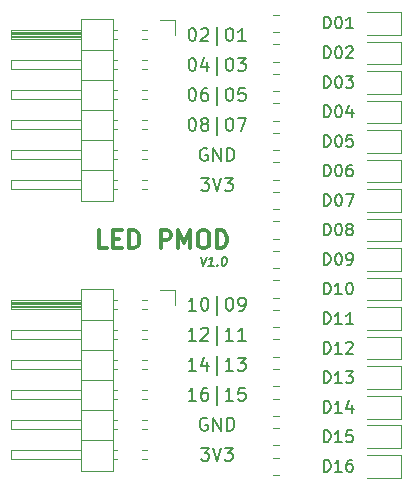
<source format=gto>
%TF.GenerationSoftware,KiCad,Pcbnew,6.0.4-6f826c9f35~116~ubuntu20.04.1*%
%TF.CreationDate,2022-04-18T14:08:09+07:00*%
%TF.ProjectId,pmod-thin-16-leds,706d6f64-2d74-4686-996e-2d31362d6c65,1.0*%
%TF.SameCoordinates,Original*%
%TF.FileFunction,Legend,Top*%
%TF.FilePolarity,Positive*%
%FSLAX46Y46*%
G04 Gerber Fmt 4.6, Leading zero omitted, Abs format (unit mm)*
G04 Created by KiCad (PCBNEW 6.0.4-6f826c9f35~116~ubuntu20.04.1) date 2022-04-18 14:08:09*
%MOMM*%
%LPD*%
G01*
G04 APERTURE LIST*
%ADD10C,0.200000*%
%ADD11C,0.300000*%
%ADD12C,0.150000*%
%ADD13C,0.120000*%
G04 APERTURE END LIST*
D10*
X106721904Y-83850000D02*
X106617142Y-83797619D01*
X106460000Y-83797619D01*
X106302857Y-83850000D01*
X106198095Y-83954761D01*
X106145714Y-84059523D01*
X106093333Y-84269047D01*
X106093333Y-84426190D01*
X106145714Y-84635714D01*
X106198095Y-84740476D01*
X106302857Y-84845238D01*
X106460000Y-84897619D01*
X106564761Y-84897619D01*
X106721904Y-84845238D01*
X106774285Y-84792857D01*
X106774285Y-84426190D01*
X106564761Y-84426190D01*
X107245714Y-84897619D02*
X107245714Y-83797619D01*
X107874285Y-84897619D01*
X107874285Y-83797619D01*
X108398095Y-84897619D02*
X108398095Y-83797619D01*
X108660000Y-83797619D01*
X108817142Y-83850000D01*
X108921904Y-83954761D01*
X108974285Y-84059523D01*
X109026666Y-84269047D01*
X109026666Y-84426190D01*
X108974285Y-84635714D01*
X108921904Y-84740476D01*
X108817142Y-84845238D01*
X108660000Y-84897619D01*
X108398095Y-84897619D01*
X106198095Y-86337619D02*
X106879047Y-86337619D01*
X106512380Y-86756666D01*
X106669523Y-86756666D01*
X106774285Y-86809047D01*
X106826666Y-86861428D01*
X106879047Y-86966190D01*
X106879047Y-87228095D01*
X106826666Y-87332857D01*
X106774285Y-87385238D01*
X106669523Y-87437619D01*
X106355238Y-87437619D01*
X106250476Y-87385238D01*
X106198095Y-87332857D01*
X107193333Y-86337619D02*
X107560000Y-87437619D01*
X107926666Y-86337619D01*
X108188571Y-86337619D02*
X108869523Y-86337619D01*
X108502857Y-86756666D01*
X108660000Y-86756666D01*
X108764761Y-86809047D01*
X108817142Y-86861428D01*
X108869523Y-86966190D01*
X108869523Y-87228095D01*
X108817142Y-87332857D01*
X108764761Y-87385238D01*
X108660000Y-87437619D01*
X108345714Y-87437619D01*
X108240952Y-87385238D01*
X108188571Y-87332857D01*
X105412380Y-78717619D02*
X105517142Y-78717619D01*
X105621904Y-78770000D01*
X105674285Y-78822380D01*
X105726666Y-78927142D01*
X105779047Y-79136666D01*
X105779047Y-79398571D01*
X105726666Y-79608095D01*
X105674285Y-79712857D01*
X105621904Y-79765238D01*
X105517142Y-79817619D01*
X105412380Y-79817619D01*
X105307619Y-79765238D01*
X105255238Y-79712857D01*
X105202857Y-79608095D01*
X105150476Y-79398571D01*
X105150476Y-79136666D01*
X105202857Y-78927142D01*
X105255238Y-78822380D01*
X105307619Y-78770000D01*
X105412380Y-78717619D01*
X106721904Y-78717619D02*
X106512380Y-78717619D01*
X106407619Y-78770000D01*
X106355238Y-78822380D01*
X106250476Y-78979523D01*
X106198095Y-79189047D01*
X106198095Y-79608095D01*
X106250476Y-79712857D01*
X106302857Y-79765238D01*
X106407619Y-79817619D01*
X106617142Y-79817619D01*
X106721904Y-79765238D01*
X106774285Y-79712857D01*
X106826666Y-79608095D01*
X106826666Y-79346190D01*
X106774285Y-79241428D01*
X106721904Y-79189047D01*
X106617142Y-79136666D01*
X106407619Y-79136666D01*
X106302857Y-79189047D01*
X106250476Y-79241428D01*
X106198095Y-79346190D01*
X107560000Y-80184285D02*
X107560000Y-78612857D01*
X108555238Y-78717619D02*
X108660000Y-78717619D01*
X108764761Y-78770000D01*
X108817142Y-78822380D01*
X108869523Y-78927142D01*
X108921904Y-79136666D01*
X108921904Y-79398571D01*
X108869523Y-79608095D01*
X108817142Y-79712857D01*
X108764761Y-79765238D01*
X108660000Y-79817619D01*
X108555238Y-79817619D01*
X108450476Y-79765238D01*
X108398095Y-79712857D01*
X108345714Y-79608095D01*
X108293333Y-79398571D01*
X108293333Y-79136666D01*
X108345714Y-78927142D01*
X108398095Y-78822380D01*
X108450476Y-78770000D01*
X108555238Y-78717619D01*
X109917142Y-78717619D02*
X109393333Y-78717619D01*
X109340952Y-79241428D01*
X109393333Y-79189047D01*
X109498095Y-79136666D01*
X109760000Y-79136666D01*
X109864761Y-79189047D01*
X109917142Y-79241428D01*
X109969523Y-79346190D01*
X109969523Y-79608095D01*
X109917142Y-79712857D01*
X109864761Y-79765238D01*
X109760000Y-79817619D01*
X109498095Y-79817619D01*
X109393333Y-79765238D01*
X109340952Y-79712857D01*
X105412380Y-73637619D02*
X105517142Y-73637619D01*
X105621904Y-73690000D01*
X105674285Y-73742380D01*
X105726666Y-73847142D01*
X105779047Y-74056666D01*
X105779047Y-74318571D01*
X105726666Y-74528095D01*
X105674285Y-74632857D01*
X105621904Y-74685238D01*
X105517142Y-74737619D01*
X105412380Y-74737619D01*
X105307619Y-74685238D01*
X105255238Y-74632857D01*
X105202857Y-74528095D01*
X105150476Y-74318571D01*
X105150476Y-74056666D01*
X105202857Y-73847142D01*
X105255238Y-73742380D01*
X105307619Y-73690000D01*
X105412380Y-73637619D01*
X106198095Y-73742380D02*
X106250476Y-73690000D01*
X106355238Y-73637619D01*
X106617142Y-73637619D01*
X106721904Y-73690000D01*
X106774285Y-73742380D01*
X106826666Y-73847142D01*
X106826666Y-73951904D01*
X106774285Y-74109047D01*
X106145714Y-74737619D01*
X106826666Y-74737619D01*
X107560000Y-75104285D02*
X107560000Y-73532857D01*
X108555238Y-73637619D02*
X108660000Y-73637619D01*
X108764761Y-73690000D01*
X108817142Y-73742380D01*
X108869523Y-73847142D01*
X108921904Y-74056666D01*
X108921904Y-74318571D01*
X108869523Y-74528095D01*
X108817142Y-74632857D01*
X108764761Y-74685238D01*
X108660000Y-74737619D01*
X108555238Y-74737619D01*
X108450476Y-74685238D01*
X108398095Y-74632857D01*
X108345714Y-74528095D01*
X108293333Y-74318571D01*
X108293333Y-74056666D01*
X108345714Y-73847142D01*
X108398095Y-73742380D01*
X108450476Y-73690000D01*
X108555238Y-73637619D01*
X109969523Y-74737619D02*
X109340952Y-74737619D01*
X109655238Y-74737619D02*
X109655238Y-73637619D01*
X109550476Y-73794761D01*
X109445714Y-73899523D01*
X109340952Y-73951904D01*
X105779047Y-97567619D02*
X105150476Y-97567619D01*
X105464761Y-97567619D02*
X105464761Y-96467619D01*
X105360000Y-96624761D01*
X105255238Y-96729523D01*
X105150476Y-96781904D01*
X106460000Y-96467619D02*
X106564761Y-96467619D01*
X106669523Y-96520000D01*
X106721904Y-96572380D01*
X106774285Y-96677142D01*
X106826666Y-96886666D01*
X106826666Y-97148571D01*
X106774285Y-97358095D01*
X106721904Y-97462857D01*
X106669523Y-97515238D01*
X106564761Y-97567619D01*
X106460000Y-97567619D01*
X106355238Y-97515238D01*
X106302857Y-97462857D01*
X106250476Y-97358095D01*
X106198095Y-97148571D01*
X106198095Y-96886666D01*
X106250476Y-96677142D01*
X106302857Y-96572380D01*
X106355238Y-96520000D01*
X106460000Y-96467619D01*
X107560000Y-97934285D02*
X107560000Y-96362857D01*
X108555238Y-96467619D02*
X108660000Y-96467619D01*
X108764761Y-96520000D01*
X108817142Y-96572380D01*
X108869523Y-96677142D01*
X108921904Y-96886666D01*
X108921904Y-97148571D01*
X108869523Y-97358095D01*
X108817142Y-97462857D01*
X108764761Y-97515238D01*
X108660000Y-97567619D01*
X108555238Y-97567619D01*
X108450476Y-97515238D01*
X108398095Y-97462857D01*
X108345714Y-97358095D01*
X108293333Y-97148571D01*
X108293333Y-96886666D01*
X108345714Y-96677142D01*
X108398095Y-96572380D01*
X108450476Y-96520000D01*
X108555238Y-96467619D01*
X109445714Y-97567619D02*
X109655238Y-97567619D01*
X109760000Y-97515238D01*
X109812380Y-97462857D01*
X109917142Y-97305714D01*
X109969523Y-97096190D01*
X109969523Y-96677142D01*
X109917142Y-96572380D01*
X109864761Y-96520000D01*
X109760000Y-96467619D01*
X109550476Y-96467619D01*
X109445714Y-96520000D01*
X109393333Y-96572380D01*
X109340952Y-96677142D01*
X109340952Y-96939047D01*
X109393333Y-97043809D01*
X109445714Y-97096190D01*
X109550476Y-97148571D01*
X109760000Y-97148571D01*
X109864761Y-97096190D01*
X109917142Y-97043809D01*
X109969523Y-96939047D01*
D11*
X98271428Y-92278571D02*
X97557142Y-92278571D01*
X97557142Y-90778571D01*
X98771428Y-91492857D02*
X99271428Y-91492857D01*
X99485714Y-92278571D02*
X98771428Y-92278571D01*
X98771428Y-90778571D01*
X99485714Y-90778571D01*
X100128571Y-92278571D02*
X100128571Y-90778571D01*
X100485714Y-90778571D01*
X100700000Y-90850000D01*
X100842857Y-90992857D01*
X100914285Y-91135714D01*
X100985714Y-91421428D01*
X100985714Y-91635714D01*
X100914285Y-91921428D01*
X100842857Y-92064285D01*
X100700000Y-92207142D01*
X100485714Y-92278571D01*
X100128571Y-92278571D01*
X102771428Y-92278571D02*
X102771428Y-90778571D01*
X103342857Y-90778571D01*
X103485714Y-90850000D01*
X103557142Y-90921428D01*
X103628571Y-91064285D01*
X103628571Y-91278571D01*
X103557142Y-91421428D01*
X103485714Y-91492857D01*
X103342857Y-91564285D01*
X102771428Y-91564285D01*
X104271428Y-92278571D02*
X104271428Y-90778571D01*
X104771428Y-91850000D01*
X105271428Y-90778571D01*
X105271428Y-92278571D01*
X106271428Y-90778571D02*
X106557142Y-90778571D01*
X106700000Y-90850000D01*
X106842857Y-90992857D01*
X106914285Y-91278571D01*
X106914285Y-91778571D01*
X106842857Y-92064285D01*
X106700000Y-92207142D01*
X106557142Y-92278571D01*
X106271428Y-92278571D01*
X106128571Y-92207142D01*
X105985714Y-92064285D01*
X105914285Y-91778571D01*
X105914285Y-91278571D01*
X105985714Y-90992857D01*
X106128571Y-90850000D01*
X106271428Y-90778571D01*
X107557142Y-92278571D02*
X107557142Y-90778571D01*
X107914285Y-90778571D01*
X108128571Y-90850000D01*
X108271428Y-90992857D01*
X108342857Y-91135714D01*
X108414285Y-91421428D01*
X108414285Y-91635714D01*
X108342857Y-91921428D01*
X108271428Y-92064285D01*
X108128571Y-92207142D01*
X107914285Y-92278571D01*
X107557142Y-92278571D01*
D10*
X105779047Y-105187619D02*
X105150476Y-105187619D01*
X105464761Y-105187619D02*
X105464761Y-104087619D01*
X105360000Y-104244761D01*
X105255238Y-104349523D01*
X105150476Y-104401904D01*
X106721904Y-104087619D02*
X106512380Y-104087619D01*
X106407619Y-104140000D01*
X106355238Y-104192380D01*
X106250476Y-104349523D01*
X106198095Y-104559047D01*
X106198095Y-104978095D01*
X106250476Y-105082857D01*
X106302857Y-105135238D01*
X106407619Y-105187619D01*
X106617142Y-105187619D01*
X106721904Y-105135238D01*
X106774285Y-105082857D01*
X106826666Y-104978095D01*
X106826666Y-104716190D01*
X106774285Y-104611428D01*
X106721904Y-104559047D01*
X106617142Y-104506666D01*
X106407619Y-104506666D01*
X106302857Y-104559047D01*
X106250476Y-104611428D01*
X106198095Y-104716190D01*
X107560000Y-105554285D02*
X107560000Y-103982857D01*
X108921904Y-105187619D02*
X108293333Y-105187619D01*
X108607619Y-105187619D02*
X108607619Y-104087619D01*
X108502857Y-104244761D01*
X108398095Y-104349523D01*
X108293333Y-104401904D01*
X109917142Y-104087619D02*
X109393333Y-104087619D01*
X109340952Y-104611428D01*
X109393333Y-104559047D01*
X109498095Y-104506666D01*
X109760000Y-104506666D01*
X109864761Y-104559047D01*
X109917142Y-104611428D01*
X109969523Y-104716190D01*
X109969523Y-104978095D01*
X109917142Y-105082857D01*
X109864761Y-105135238D01*
X109760000Y-105187619D01*
X109498095Y-105187619D01*
X109393333Y-105135238D01*
X109340952Y-105082857D01*
X106198095Y-109167619D02*
X106879047Y-109167619D01*
X106512380Y-109586666D01*
X106669523Y-109586666D01*
X106774285Y-109639047D01*
X106826666Y-109691428D01*
X106879047Y-109796190D01*
X106879047Y-110058095D01*
X106826666Y-110162857D01*
X106774285Y-110215238D01*
X106669523Y-110267619D01*
X106355238Y-110267619D01*
X106250476Y-110215238D01*
X106198095Y-110162857D01*
X107193333Y-109167619D02*
X107560000Y-110267619D01*
X107926666Y-109167619D01*
X108188571Y-109167619D02*
X108869523Y-109167619D01*
X108502857Y-109586666D01*
X108660000Y-109586666D01*
X108764761Y-109639047D01*
X108817142Y-109691428D01*
X108869523Y-109796190D01*
X108869523Y-110058095D01*
X108817142Y-110162857D01*
X108764761Y-110215238D01*
X108660000Y-110267619D01*
X108345714Y-110267619D01*
X108240952Y-110215238D01*
X108188571Y-110162857D01*
X105779047Y-102647619D02*
X105150476Y-102647619D01*
X105464761Y-102647619D02*
X105464761Y-101547619D01*
X105360000Y-101704761D01*
X105255238Y-101809523D01*
X105150476Y-101861904D01*
X106721904Y-101914285D02*
X106721904Y-102647619D01*
X106460000Y-101495238D02*
X106198095Y-102280952D01*
X106879047Y-102280952D01*
X107560000Y-103014285D02*
X107560000Y-101442857D01*
X108921904Y-102647619D02*
X108293333Y-102647619D01*
X108607619Y-102647619D02*
X108607619Y-101547619D01*
X108502857Y-101704761D01*
X108398095Y-101809523D01*
X108293333Y-101861904D01*
X109288571Y-101547619D02*
X109969523Y-101547619D01*
X109602857Y-101966666D01*
X109760000Y-101966666D01*
X109864761Y-102019047D01*
X109917142Y-102071428D01*
X109969523Y-102176190D01*
X109969523Y-102438095D01*
X109917142Y-102542857D01*
X109864761Y-102595238D01*
X109760000Y-102647619D01*
X109445714Y-102647619D01*
X109340952Y-102595238D01*
X109288571Y-102542857D01*
D12*
X106209888Y-93019285D02*
X106366138Y-93769285D01*
X106709888Y-93019285D01*
X107258995Y-93769285D02*
X106830424Y-93769285D01*
X107044709Y-93769285D02*
X107138459Y-93019285D01*
X107053638Y-93126428D01*
X106973281Y-93197857D01*
X106897388Y-93233571D01*
X107589352Y-93697857D02*
X107620602Y-93733571D01*
X107580424Y-93769285D01*
X107549174Y-93733571D01*
X107589352Y-93697857D01*
X107580424Y-93769285D01*
X108174174Y-93019285D02*
X108245602Y-93019285D01*
X108312566Y-93055000D01*
X108343816Y-93090714D01*
X108370602Y-93162142D01*
X108388459Y-93305000D01*
X108366138Y-93483571D01*
X108312566Y-93626428D01*
X108267924Y-93697857D01*
X108227745Y-93733571D01*
X108151852Y-93769285D01*
X108080424Y-93769285D01*
X108013459Y-93733571D01*
X107982209Y-93697857D01*
X107955424Y-93626428D01*
X107937566Y-93483571D01*
X107959888Y-93305000D01*
X108013459Y-93162142D01*
X108058102Y-93090714D01*
X108098281Y-93055000D01*
X108174174Y-93019285D01*
D10*
X105779047Y-100107619D02*
X105150476Y-100107619D01*
X105464761Y-100107619D02*
X105464761Y-99007619D01*
X105360000Y-99164761D01*
X105255238Y-99269523D01*
X105150476Y-99321904D01*
X106198095Y-99112380D02*
X106250476Y-99060000D01*
X106355238Y-99007619D01*
X106617142Y-99007619D01*
X106721904Y-99060000D01*
X106774285Y-99112380D01*
X106826666Y-99217142D01*
X106826666Y-99321904D01*
X106774285Y-99479047D01*
X106145714Y-100107619D01*
X106826666Y-100107619D01*
X107560000Y-100474285D02*
X107560000Y-98902857D01*
X108921904Y-100107619D02*
X108293333Y-100107619D01*
X108607619Y-100107619D02*
X108607619Y-99007619D01*
X108502857Y-99164761D01*
X108398095Y-99269523D01*
X108293333Y-99321904D01*
X109969523Y-100107619D02*
X109340952Y-100107619D01*
X109655238Y-100107619D02*
X109655238Y-99007619D01*
X109550476Y-99164761D01*
X109445714Y-99269523D01*
X109340952Y-99321904D01*
X105412380Y-76177619D02*
X105517142Y-76177619D01*
X105621904Y-76230000D01*
X105674285Y-76282380D01*
X105726666Y-76387142D01*
X105779047Y-76596666D01*
X105779047Y-76858571D01*
X105726666Y-77068095D01*
X105674285Y-77172857D01*
X105621904Y-77225238D01*
X105517142Y-77277619D01*
X105412380Y-77277619D01*
X105307619Y-77225238D01*
X105255238Y-77172857D01*
X105202857Y-77068095D01*
X105150476Y-76858571D01*
X105150476Y-76596666D01*
X105202857Y-76387142D01*
X105255238Y-76282380D01*
X105307619Y-76230000D01*
X105412380Y-76177619D01*
X106721904Y-76544285D02*
X106721904Y-77277619D01*
X106460000Y-76125238D02*
X106198095Y-76910952D01*
X106879047Y-76910952D01*
X107560000Y-77644285D02*
X107560000Y-76072857D01*
X108555238Y-76177619D02*
X108660000Y-76177619D01*
X108764761Y-76230000D01*
X108817142Y-76282380D01*
X108869523Y-76387142D01*
X108921904Y-76596666D01*
X108921904Y-76858571D01*
X108869523Y-77068095D01*
X108817142Y-77172857D01*
X108764761Y-77225238D01*
X108660000Y-77277619D01*
X108555238Y-77277619D01*
X108450476Y-77225238D01*
X108398095Y-77172857D01*
X108345714Y-77068095D01*
X108293333Y-76858571D01*
X108293333Y-76596666D01*
X108345714Y-76387142D01*
X108398095Y-76282380D01*
X108450476Y-76230000D01*
X108555238Y-76177619D01*
X109288571Y-76177619D02*
X109969523Y-76177619D01*
X109602857Y-76596666D01*
X109760000Y-76596666D01*
X109864761Y-76649047D01*
X109917142Y-76701428D01*
X109969523Y-76806190D01*
X109969523Y-77068095D01*
X109917142Y-77172857D01*
X109864761Y-77225238D01*
X109760000Y-77277619D01*
X109445714Y-77277619D01*
X109340952Y-77225238D01*
X109288571Y-77172857D01*
X105412380Y-81257619D02*
X105517142Y-81257619D01*
X105621904Y-81310000D01*
X105674285Y-81362380D01*
X105726666Y-81467142D01*
X105779047Y-81676666D01*
X105779047Y-81938571D01*
X105726666Y-82148095D01*
X105674285Y-82252857D01*
X105621904Y-82305238D01*
X105517142Y-82357619D01*
X105412380Y-82357619D01*
X105307619Y-82305238D01*
X105255238Y-82252857D01*
X105202857Y-82148095D01*
X105150476Y-81938571D01*
X105150476Y-81676666D01*
X105202857Y-81467142D01*
X105255238Y-81362380D01*
X105307619Y-81310000D01*
X105412380Y-81257619D01*
X106407619Y-81729047D02*
X106302857Y-81676666D01*
X106250476Y-81624285D01*
X106198095Y-81519523D01*
X106198095Y-81467142D01*
X106250476Y-81362380D01*
X106302857Y-81310000D01*
X106407619Y-81257619D01*
X106617142Y-81257619D01*
X106721904Y-81310000D01*
X106774285Y-81362380D01*
X106826666Y-81467142D01*
X106826666Y-81519523D01*
X106774285Y-81624285D01*
X106721904Y-81676666D01*
X106617142Y-81729047D01*
X106407619Y-81729047D01*
X106302857Y-81781428D01*
X106250476Y-81833809D01*
X106198095Y-81938571D01*
X106198095Y-82148095D01*
X106250476Y-82252857D01*
X106302857Y-82305238D01*
X106407619Y-82357619D01*
X106617142Y-82357619D01*
X106721904Y-82305238D01*
X106774285Y-82252857D01*
X106826666Y-82148095D01*
X106826666Y-81938571D01*
X106774285Y-81833809D01*
X106721904Y-81781428D01*
X106617142Y-81729047D01*
X107560000Y-82724285D02*
X107560000Y-81152857D01*
X108555238Y-81257619D02*
X108660000Y-81257619D01*
X108764761Y-81310000D01*
X108817142Y-81362380D01*
X108869523Y-81467142D01*
X108921904Y-81676666D01*
X108921904Y-81938571D01*
X108869523Y-82148095D01*
X108817142Y-82252857D01*
X108764761Y-82305238D01*
X108660000Y-82357619D01*
X108555238Y-82357619D01*
X108450476Y-82305238D01*
X108398095Y-82252857D01*
X108345714Y-82148095D01*
X108293333Y-81938571D01*
X108293333Y-81676666D01*
X108345714Y-81467142D01*
X108398095Y-81362380D01*
X108450476Y-81310000D01*
X108555238Y-81257619D01*
X109288571Y-81257619D02*
X110021904Y-81257619D01*
X109550476Y-82357619D01*
X106721904Y-106680000D02*
X106617142Y-106627619D01*
X106460000Y-106627619D01*
X106302857Y-106680000D01*
X106198095Y-106784761D01*
X106145714Y-106889523D01*
X106093333Y-107099047D01*
X106093333Y-107256190D01*
X106145714Y-107465714D01*
X106198095Y-107570476D01*
X106302857Y-107675238D01*
X106460000Y-107727619D01*
X106564761Y-107727619D01*
X106721904Y-107675238D01*
X106774285Y-107622857D01*
X106774285Y-107256190D01*
X106564761Y-107256190D01*
X107245714Y-107727619D02*
X107245714Y-106627619D01*
X107874285Y-107727619D01*
X107874285Y-106627619D01*
X108398095Y-107727619D02*
X108398095Y-106627619D01*
X108660000Y-106627619D01*
X108817142Y-106680000D01*
X108921904Y-106784761D01*
X108974285Y-106889523D01*
X109026666Y-107099047D01*
X109026666Y-107256190D01*
X108974285Y-107465714D01*
X108921904Y-107570476D01*
X108817142Y-107675238D01*
X108660000Y-107727619D01*
X108398095Y-107727619D01*
D12*
%TO.C,D04*%
X116595714Y-81202380D02*
X116595714Y-80202380D01*
X116833809Y-80202380D01*
X116976666Y-80250000D01*
X117071904Y-80345238D01*
X117119523Y-80440476D01*
X117167142Y-80630952D01*
X117167142Y-80773809D01*
X117119523Y-80964285D01*
X117071904Y-81059523D01*
X116976666Y-81154761D01*
X116833809Y-81202380D01*
X116595714Y-81202380D01*
X117786190Y-80202380D02*
X117881428Y-80202380D01*
X117976666Y-80250000D01*
X118024285Y-80297619D01*
X118071904Y-80392857D01*
X118119523Y-80583333D01*
X118119523Y-80821428D01*
X118071904Y-81011904D01*
X118024285Y-81107142D01*
X117976666Y-81154761D01*
X117881428Y-81202380D01*
X117786190Y-81202380D01*
X117690952Y-81154761D01*
X117643333Y-81107142D01*
X117595714Y-81011904D01*
X117548095Y-80821428D01*
X117548095Y-80583333D01*
X117595714Y-80392857D01*
X117643333Y-80297619D01*
X117690952Y-80250000D01*
X117786190Y-80202380D01*
X118976666Y-80535714D02*
X118976666Y-81202380D01*
X118738571Y-80154761D02*
X118500476Y-80869047D01*
X119119523Y-80869047D01*
%TO.C,D14*%
X116595714Y-106202380D02*
X116595714Y-105202380D01*
X116833809Y-105202380D01*
X116976666Y-105250000D01*
X117071904Y-105345238D01*
X117119523Y-105440476D01*
X117167142Y-105630952D01*
X117167142Y-105773809D01*
X117119523Y-105964285D01*
X117071904Y-106059523D01*
X116976666Y-106154761D01*
X116833809Y-106202380D01*
X116595714Y-106202380D01*
X118119523Y-106202380D02*
X117548095Y-106202380D01*
X117833809Y-106202380D02*
X117833809Y-105202380D01*
X117738571Y-105345238D01*
X117643333Y-105440476D01*
X117548095Y-105488095D01*
X118976666Y-105535714D02*
X118976666Y-106202380D01*
X118738571Y-105154761D02*
X118500476Y-105869047D01*
X119119523Y-105869047D01*
%TO.C,D08*%
X116595714Y-91202380D02*
X116595714Y-90202380D01*
X116833809Y-90202380D01*
X116976666Y-90250000D01*
X117071904Y-90345238D01*
X117119523Y-90440476D01*
X117167142Y-90630952D01*
X117167142Y-90773809D01*
X117119523Y-90964285D01*
X117071904Y-91059523D01*
X116976666Y-91154761D01*
X116833809Y-91202380D01*
X116595714Y-91202380D01*
X117786190Y-90202380D02*
X117881428Y-90202380D01*
X117976666Y-90250000D01*
X118024285Y-90297619D01*
X118071904Y-90392857D01*
X118119523Y-90583333D01*
X118119523Y-90821428D01*
X118071904Y-91011904D01*
X118024285Y-91107142D01*
X117976666Y-91154761D01*
X117881428Y-91202380D01*
X117786190Y-91202380D01*
X117690952Y-91154761D01*
X117643333Y-91107142D01*
X117595714Y-91011904D01*
X117548095Y-90821428D01*
X117548095Y-90583333D01*
X117595714Y-90392857D01*
X117643333Y-90297619D01*
X117690952Y-90250000D01*
X117786190Y-90202380D01*
X118690952Y-90630952D02*
X118595714Y-90583333D01*
X118548095Y-90535714D01*
X118500476Y-90440476D01*
X118500476Y-90392857D01*
X118548095Y-90297619D01*
X118595714Y-90250000D01*
X118690952Y-90202380D01*
X118881428Y-90202380D01*
X118976666Y-90250000D01*
X119024285Y-90297619D01*
X119071904Y-90392857D01*
X119071904Y-90440476D01*
X119024285Y-90535714D01*
X118976666Y-90583333D01*
X118881428Y-90630952D01*
X118690952Y-90630952D01*
X118595714Y-90678571D01*
X118548095Y-90726190D01*
X118500476Y-90821428D01*
X118500476Y-91011904D01*
X118548095Y-91107142D01*
X118595714Y-91154761D01*
X118690952Y-91202380D01*
X118881428Y-91202380D01*
X118976666Y-91154761D01*
X119024285Y-91107142D01*
X119071904Y-91011904D01*
X119071904Y-90821428D01*
X119024285Y-90726190D01*
X118976666Y-90678571D01*
X118881428Y-90630952D01*
%TO.C,D01*%
X116595714Y-73672380D02*
X116595714Y-72672380D01*
X116833809Y-72672380D01*
X116976666Y-72720000D01*
X117071904Y-72815238D01*
X117119523Y-72910476D01*
X117167142Y-73100952D01*
X117167142Y-73243809D01*
X117119523Y-73434285D01*
X117071904Y-73529523D01*
X116976666Y-73624761D01*
X116833809Y-73672380D01*
X116595714Y-73672380D01*
X117786190Y-72672380D02*
X117881428Y-72672380D01*
X117976666Y-72720000D01*
X118024285Y-72767619D01*
X118071904Y-72862857D01*
X118119523Y-73053333D01*
X118119523Y-73291428D01*
X118071904Y-73481904D01*
X118024285Y-73577142D01*
X117976666Y-73624761D01*
X117881428Y-73672380D01*
X117786190Y-73672380D01*
X117690952Y-73624761D01*
X117643333Y-73577142D01*
X117595714Y-73481904D01*
X117548095Y-73291428D01*
X117548095Y-73053333D01*
X117595714Y-72862857D01*
X117643333Y-72767619D01*
X117690952Y-72720000D01*
X117786190Y-72672380D01*
X119071904Y-73672380D02*
X118500476Y-73672380D01*
X118786190Y-73672380D02*
X118786190Y-72672380D01*
X118690952Y-72815238D01*
X118595714Y-72910476D01*
X118500476Y-72958095D01*
%TO.C,D15*%
X116595714Y-108702380D02*
X116595714Y-107702380D01*
X116833809Y-107702380D01*
X116976666Y-107750000D01*
X117071904Y-107845238D01*
X117119523Y-107940476D01*
X117167142Y-108130952D01*
X117167142Y-108273809D01*
X117119523Y-108464285D01*
X117071904Y-108559523D01*
X116976666Y-108654761D01*
X116833809Y-108702380D01*
X116595714Y-108702380D01*
X118119523Y-108702380D02*
X117548095Y-108702380D01*
X117833809Y-108702380D02*
X117833809Y-107702380D01*
X117738571Y-107845238D01*
X117643333Y-107940476D01*
X117548095Y-107988095D01*
X119024285Y-107702380D02*
X118548095Y-107702380D01*
X118500476Y-108178571D01*
X118548095Y-108130952D01*
X118643333Y-108083333D01*
X118881428Y-108083333D01*
X118976666Y-108130952D01*
X119024285Y-108178571D01*
X119071904Y-108273809D01*
X119071904Y-108511904D01*
X119024285Y-108607142D01*
X118976666Y-108654761D01*
X118881428Y-108702380D01*
X118643333Y-108702380D01*
X118548095Y-108654761D01*
X118500476Y-108607142D01*
%TO.C,D16*%
X116595714Y-111202380D02*
X116595714Y-110202380D01*
X116833809Y-110202380D01*
X116976666Y-110250000D01*
X117071904Y-110345238D01*
X117119523Y-110440476D01*
X117167142Y-110630952D01*
X117167142Y-110773809D01*
X117119523Y-110964285D01*
X117071904Y-111059523D01*
X116976666Y-111154761D01*
X116833809Y-111202380D01*
X116595714Y-111202380D01*
X118119523Y-111202380D02*
X117548095Y-111202380D01*
X117833809Y-111202380D02*
X117833809Y-110202380D01*
X117738571Y-110345238D01*
X117643333Y-110440476D01*
X117548095Y-110488095D01*
X118976666Y-110202380D02*
X118786190Y-110202380D01*
X118690952Y-110250000D01*
X118643333Y-110297619D01*
X118548095Y-110440476D01*
X118500476Y-110630952D01*
X118500476Y-111011904D01*
X118548095Y-111107142D01*
X118595714Y-111154761D01*
X118690952Y-111202380D01*
X118881428Y-111202380D01*
X118976666Y-111154761D01*
X119024285Y-111107142D01*
X119071904Y-111011904D01*
X119071904Y-110773809D01*
X119024285Y-110678571D01*
X118976666Y-110630952D01*
X118881428Y-110583333D01*
X118690952Y-110583333D01*
X118595714Y-110630952D01*
X118548095Y-110678571D01*
X118500476Y-110773809D01*
%TO.C,D13*%
X116595714Y-103702380D02*
X116595714Y-102702380D01*
X116833809Y-102702380D01*
X116976666Y-102750000D01*
X117071904Y-102845238D01*
X117119523Y-102940476D01*
X117167142Y-103130952D01*
X117167142Y-103273809D01*
X117119523Y-103464285D01*
X117071904Y-103559523D01*
X116976666Y-103654761D01*
X116833809Y-103702380D01*
X116595714Y-103702380D01*
X118119523Y-103702380D02*
X117548095Y-103702380D01*
X117833809Y-103702380D02*
X117833809Y-102702380D01*
X117738571Y-102845238D01*
X117643333Y-102940476D01*
X117548095Y-102988095D01*
X118452857Y-102702380D02*
X119071904Y-102702380D01*
X118738571Y-103083333D01*
X118881428Y-103083333D01*
X118976666Y-103130952D01*
X119024285Y-103178571D01*
X119071904Y-103273809D01*
X119071904Y-103511904D01*
X119024285Y-103607142D01*
X118976666Y-103654761D01*
X118881428Y-103702380D01*
X118595714Y-103702380D01*
X118500476Y-103654761D01*
X118452857Y-103607142D01*
%TO.C,D09*%
X116595714Y-93702380D02*
X116595714Y-92702380D01*
X116833809Y-92702380D01*
X116976666Y-92750000D01*
X117071904Y-92845238D01*
X117119523Y-92940476D01*
X117167142Y-93130952D01*
X117167142Y-93273809D01*
X117119523Y-93464285D01*
X117071904Y-93559523D01*
X116976666Y-93654761D01*
X116833809Y-93702380D01*
X116595714Y-93702380D01*
X117786190Y-92702380D02*
X117881428Y-92702380D01*
X117976666Y-92750000D01*
X118024285Y-92797619D01*
X118071904Y-92892857D01*
X118119523Y-93083333D01*
X118119523Y-93321428D01*
X118071904Y-93511904D01*
X118024285Y-93607142D01*
X117976666Y-93654761D01*
X117881428Y-93702380D01*
X117786190Y-93702380D01*
X117690952Y-93654761D01*
X117643333Y-93607142D01*
X117595714Y-93511904D01*
X117548095Y-93321428D01*
X117548095Y-93083333D01*
X117595714Y-92892857D01*
X117643333Y-92797619D01*
X117690952Y-92750000D01*
X117786190Y-92702380D01*
X118595714Y-93702380D02*
X118786190Y-93702380D01*
X118881428Y-93654761D01*
X118929047Y-93607142D01*
X119024285Y-93464285D01*
X119071904Y-93273809D01*
X119071904Y-92892857D01*
X119024285Y-92797619D01*
X118976666Y-92750000D01*
X118881428Y-92702380D01*
X118690952Y-92702380D01*
X118595714Y-92750000D01*
X118548095Y-92797619D01*
X118500476Y-92892857D01*
X118500476Y-93130952D01*
X118548095Y-93226190D01*
X118595714Y-93273809D01*
X118690952Y-93321428D01*
X118881428Y-93321428D01*
X118976666Y-93273809D01*
X119024285Y-93226190D01*
X119071904Y-93130952D01*
%TO.C,D02*%
X116595714Y-76202380D02*
X116595714Y-75202380D01*
X116833809Y-75202380D01*
X116976666Y-75250000D01*
X117071904Y-75345238D01*
X117119523Y-75440476D01*
X117167142Y-75630952D01*
X117167142Y-75773809D01*
X117119523Y-75964285D01*
X117071904Y-76059523D01*
X116976666Y-76154761D01*
X116833809Y-76202380D01*
X116595714Y-76202380D01*
X117786190Y-75202380D02*
X117881428Y-75202380D01*
X117976666Y-75250000D01*
X118024285Y-75297619D01*
X118071904Y-75392857D01*
X118119523Y-75583333D01*
X118119523Y-75821428D01*
X118071904Y-76011904D01*
X118024285Y-76107142D01*
X117976666Y-76154761D01*
X117881428Y-76202380D01*
X117786190Y-76202380D01*
X117690952Y-76154761D01*
X117643333Y-76107142D01*
X117595714Y-76011904D01*
X117548095Y-75821428D01*
X117548095Y-75583333D01*
X117595714Y-75392857D01*
X117643333Y-75297619D01*
X117690952Y-75250000D01*
X117786190Y-75202380D01*
X118500476Y-75297619D02*
X118548095Y-75250000D01*
X118643333Y-75202380D01*
X118881428Y-75202380D01*
X118976666Y-75250000D01*
X119024285Y-75297619D01*
X119071904Y-75392857D01*
X119071904Y-75488095D01*
X119024285Y-75630952D01*
X118452857Y-76202380D01*
X119071904Y-76202380D01*
%TO.C,D03*%
X116595714Y-78702380D02*
X116595714Y-77702380D01*
X116833809Y-77702380D01*
X116976666Y-77750000D01*
X117071904Y-77845238D01*
X117119523Y-77940476D01*
X117167142Y-78130952D01*
X117167142Y-78273809D01*
X117119523Y-78464285D01*
X117071904Y-78559523D01*
X116976666Y-78654761D01*
X116833809Y-78702380D01*
X116595714Y-78702380D01*
X117786190Y-77702380D02*
X117881428Y-77702380D01*
X117976666Y-77750000D01*
X118024285Y-77797619D01*
X118071904Y-77892857D01*
X118119523Y-78083333D01*
X118119523Y-78321428D01*
X118071904Y-78511904D01*
X118024285Y-78607142D01*
X117976666Y-78654761D01*
X117881428Y-78702380D01*
X117786190Y-78702380D01*
X117690952Y-78654761D01*
X117643333Y-78607142D01*
X117595714Y-78511904D01*
X117548095Y-78321428D01*
X117548095Y-78083333D01*
X117595714Y-77892857D01*
X117643333Y-77797619D01*
X117690952Y-77750000D01*
X117786190Y-77702380D01*
X118452857Y-77702380D02*
X119071904Y-77702380D01*
X118738571Y-78083333D01*
X118881428Y-78083333D01*
X118976666Y-78130952D01*
X119024285Y-78178571D01*
X119071904Y-78273809D01*
X119071904Y-78511904D01*
X119024285Y-78607142D01*
X118976666Y-78654761D01*
X118881428Y-78702380D01*
X118595714Y-78702380D01*
X118500476Y-78654761D01*
X118452857Y-78607142D01*
%TO.C,D06*%
X116595714Y-86202380D02*
X116595714Y-85202380D01*
X116833809Y-85202380D01*
X116976666Y-85250000D01*
X117071904Y-85345238D01*
X117119523Y-85440476D01*
X117167142Y-85630952D01*
X117167142Y-85773809D01*
X117119523Y-85964285D01*
X117071904Y-86059523D01*
X116976666Y-86154761D01*
X116833809Y-86202380D01*
X116595714Y-86202380D01*
X117786190Y-85202380D02*
X117881428Y-85202380D01*
X117976666Y-85250000D01*
X118024285Y-85297619D01*
X118071904Y-85392857D01*
X118119523Y-85583333D01*
X118119523Y-85821428D01*
X118071904Y-86011904D01*
X118024285Y-86107142D01*
X117976666Y-86154761D01*
X117881428Y-86202380D01*
X117786190Y-86202380D01*
X117690952Y-86154761D01*
X117643333Y-86107142D01*
X117595714Y-86011904D01*
X117548095Y-85821428D01*
X117548095Y-85583333D01*
X117595714Y-85392857D01*
X117643333Y-85297619D01*
X117690952Y-85250000D01*
X117786190Y-85202380D01*
X118976666Y-85202380D02*
X118786190Y-85202380D01*
X118690952Y-85250000D01*
X118643333Y-85297619D01*
X118548095Y-85440476D01*
X118500476Y-85630952D01*
X118500476Y-86011904D01*
X118548095Y-86107142D01*
X118595714Y-86154761D01*
X118690952Y-86202380D01*
X118881428Y-86202380D01*
X118976666Y-86154761D01*
X119024285Y-86107142D01*
X119071904Y-86011904D01*
X119071904Y-85773809D01*
X119024285Y-85678571D01*
X118976666Y-85630952D01*
X118881428Y-85583333D01*
X118690952Y-85583333D01*
X118595714Y-85630952D01*
X118548095Y-85678571D01*
X118500476Y-85773809D01*
%TO.C,D07*%
X116595714Y-88702380D02*
X116595714Y-87702380D01*
X116833809Y-87702380D01*
X116976666Y-87750000D01*
X117071904Y-87845238D01*
X117119523Y-87940476D01*
X117167142Y-88130952D01*
X117167142Y-88273809D01*
X117119523Y-88464285D01*
X117071904Y-88559523D01*
X116976666Y-88654761D01*
X116833809Y-88702380D01*
X116595714Y-88702380D01*
X117786190Y-87702380D02*
X117881428Y-87702380D01*
X117976666Y-87750000D01*
X118024285Y-87797619D01*
X118071904Y-87892857D01*
X118119523Y-88083333D01*
X118119523Y-88321428D01*
X118071904Y-88511904D01*
X118024285Y-88607142D01*
X117976666Y-88654761D01*
X117881428Y-88702380D01*
X117786190Y-88702380D01*
X117690952Y-88654761D01*
X117643333Y-88607142D01*
X117595714Y-88511904D01*
X117548095Y-88321428D01*
X117548095Y-88083333D01*
X117595714Y-87892857D01*
X117643333Y-87797619D01*
X117690952Y-87750000D01*
X117786190Y-87702380D01*
X118452857Y-87702380D02*
X119119523Y-87702380D01*
X118690952Y-88702380D01*
%TO.C,D11*%
X116595714Y-98702380D02*
X116595714Y-97702380D01*
X116833809Y-97702380D01*
X116976666Y-97750000D01*
X117071904Y-97845238D01*
X117119523Y-97940476D01*
X117167142Y-98130952D01*
X117167142Y-98273809D01*
X117119523Y-98464285D01*
X117071904Y-98559523D01*
X116976666Y-98654761D01*
X116833809Y-98702380D01*
X116595714Y-98702380D01*
X118119523Y-98702380D02*
X117548095Y-98702380D01*
X117833809Y-98702380D02*
X117833809Y-97702380D01*
X117738571Y-97845238D01*
X117643333Y-97940476D01*
X117548095Y-97988095D01*
X119071904Y-98702380D02*
X118500476Y-98702380D01*
X118786190Y-98702380D02*
X118786190Y-97702380D01*
X118690952Y-97845238D01*
X118595714Y-97940476D01*
X118500476Y-97988095D01*
%TO.C,D10*%
X116595714Y-96202380D02*
X116595714Y-95202380D01*
X116833809Y-95202380D01*
X116976666Y-95250000D01*
X117071904Y-95345238D01*
X117119523Y-95440476D01*
X117167142Y-95630952D01*
X117167142Y-95773809D01*
X117119523Y-95964285D01*
X117071904Y-96059523D01*
X116976666Y-96154761D01*
X116833809Y-96202380D01*
X116595714Y-96202380D01*
X118119523Y-96202380D02*
X117548095Y-96202380D01*
X117833809Y-96202380D02*
X117833809Y-95202380D01*
X117738571Y-95345238D01*
X117643333Y-95440476D01*
X117548095Y-95488095D01*
X118738571Y-95202380D02*
X118833809Y-95202380D01*
X118929047Y-95250000D01*
X118976666Y-95297619D01*
X119024285Y-95392857D01*
X119071904Y-95583333D01*
X119071904Y-95821428D01*
X119024285Y-96011904D01*
X118976666Y-96107142D01*
X118929047Y-96154761D01*
X118833809Y-96202380D01*
X118738571Y-96202380D01*
X118643333Y-96154761D01*
X118595714Y-96107142D01*
X118548095Y-96011904D01*
X118500476Y-95821428D01*
X118500476Y-95583333D01*
X118548095Y-95392857D01*
X118595714Y-95297619D01*
X118643333Y-95250000D01*
X118738571Y-95202380D01*
%TO.C,D12*%
X116595714Y-101202380D02*
X116595714Y-100202380D01*
X116833809Y-100202380D01*
X116976666Y-100250000D01*
X117071904Y-100345238D01*
X117119523Y-100440476D01*
X117167142Y-100630952D01*
X117167142Y-100773809D01*
X117119523Y-100964285D01*
X117071904Y-101059523D01*
X116976666Y-101154761D01*
X116833809Y-101202380D01*
X116595714Y-101202380D01*
X118119523Y-101202380D02*
X117548095Y-101202380D01*
X117833809Y-101202380D02*
X117833809Y-100202380D01*
X117738571Y-100345238D01*
X117643333Y-100440476D01*
X117548095Y-100488095D01*
X118500476Y-100297619D02*
X118548095Y-100250000D01*
X118643333Y-100202380D01*
X118881428Y-100202380D01*
X118976666Y-100250000D01*
X119024285Y-100297619D01*
X119071904Y-100392857D01*
X119071904Y-100488095D01*
X119024285Y-100630952D01*
X118452857Y-101202380D01*
X119071904Y-101202380D01*
%TO.C,D05*%
X116595714Y-83702380D02*
X116595714Y-82702380D01*
X116833809Y-82702380D01*
X116976666Y-82750000D01*
X117071904Y-82845238D01*
X117119523Y-82940476D01*
X117167142Y-83130952D01*
X117167142Y-83273809D01*
X117119523Y-83464285D01*
X117071904Y-83559523D01*
X116976666Y-83654761D01*
X116833809Y-83702380D01*
X116595714Y-83702380D01*
X117786190Y-82702380D02*
X117881428Y-82702380D01*
X117976666Y-82750000D01*
X118024285Y-82797619D01*
X118071904Y-82892857D01*
X118119523Y-83083333D01*
X118119523Y-83321428D01*
X118071904Y-83511904D01*
X118024285Y-83607142D01*
X117976666Y-83654761D01*
X117881428Y-83702380D01*
X117786190Y-83702380D01*
X117690952Y-83654761D01*
X117643333Y-83607142D01*
X117595714Y-83511904D01*
X117548095Y-83321428D01*
X117548095Y-83083333D01*
X117595714Y-82892857D01*
X117643333Y-82797619D01*
X117690952Y-82750000D01*
X117786190Y-82702380D01*
X119024285Y-82702380D02*
X118548095Y-82702380D01*
X118500476Y-83178571D01*
X118548095Y-83130952D01*
X118643333Y-83083333D01*
X118881428Y-83083333D01*
X118976666Y-83130952D01*
X119024285Y-83178571D01*
X119071904Y-83273809D01*
X119071904Y-83511904D01*
X119024285Y-83607142D01*
X118976666Y-83654761D01*
X118881428Y-83702380D01*
X118643333Y-83702380D01*
X118548095Y-83654761D01*
X118500476Y-83607142D01*
D13*
%TO.C,J1*%
X90070000Y-76380000D02*
X96070000Y-76380000D01*
X90070000Y-79680000D02*
X90070000Y-78920000D01*
X90070000Y-87300000D02*
X90070000Y-86540000D01*
X103980000Y-72950000D02*
X103980000Y-74220000D01*
X96070000Y-84760000D02*
X90070000Y-84760000D01*
X99127071Y-86540000D02*
X98730000Y-86540000D01*
X90070000Y-73840000D02*
X96070000Y-73840000D01*
X98730000Y-85650000D02*
X96070000Y-85650000D01*
X90070000Y-78920000D02*
X96070000Y-78920000D01*
X96070000Y-77140000D02*
X90070000Y-77140000D01*
X99127071Y-77140000D02*
X98730000Y-77140000D01*
X102710000Y-72950000D02*
X103980000Y-72950000D01*
X101667071Y-73840000D02*
X101212929Y-73840000D01*
X90070000Y-74600000D02*
X90070000Y-73840000D01*
X96070000Y-82220000D02*
X90070000Y-82220000D01*
X101667071Y-79680000D02*
X101212929Y-79680000D01*
X90070000Y-84000000D02*
X96070000Y-84000000D01*
X96070000Y-88250000D02*
X98730000Y-88250000D01*
X101600000Y-86540000D02*
X101212929Y-86540000D01*
X99127071Y-87300000D02*
X98730000Y-87300000D01*
X99127071Y-81460000D02*
X98730000Y-81460000D01*
X96070000Y-74540000D02*
X90070000Y-74540000D01*
X96070000Y-74300000D02*
X90070000Y-74300000D01*
X99127071Y-79680000D02*
X98730000Y-79680000D01*
X99127071Y-84760000D02*
X98730000Y-84760000D01*
X98730000Y-78030000D02*
X96070000Y-78030000D01*
X96070000Y-72890000D02*
X96070000Y-88250000D01*
X99127071Y-78920000D02*
X98730000Y-78920000D01*
X99127071Y-73840000D02*
X98730000Y-73840000D01*
X99127071Y-76380000D02*
X98730000Y-76380000D01*
X99127071Y-82220000D02*
X98730000Y-82220000D01*
X96070000Y-74180000D02*
X90070000Y-74180000D01*
X96070000Y-74420000D02*
X90070000Y-74420000D01*
X90070000Y-77140000D02*
X90070000Y-76380000D01*
X96070000Y-79680000D02*
X90070000Y-79680000D01*
X101667071Y-84760000D02*
X101212929Y-84760000D01*
X101600000Y-87300000D02*
X101212929Y-87300000D01*
X98730000Y-75490000D02*
X96070000Y-75490000D01*
X101667071Y-76380000D02*
X101212929Y-76380000D01*
X101667071Y-78920000D02*
X101212929Y-78920000D01*
X90070000Y-81460000D02*
X96070000Y-81460000D01*
X90070000Y-82220000D02*
X90070000Y-81460000D01*
X99127071Y-74600000D02*
X98730000Y-74600000D01*
X98730000Y-80570000D02*
X96070000Y-80570000D01*
X90070000Y-84760000D02*
X90070000Y-84000000D01*
X101667071Y-84000000D02*
X101212929Y-84000000D01*
X96070000Y-74600000D02*
X90070000Y-74600000D01*
X101667071Y-82220000D02*
X101212929Y-82220000D01*
X96070000Y-73940000D02*
X90070000Y-73940000D01*
X101667071Y-81460000D02*
X101212929Y-81460000D01*
X101667071Y-74600000D02*
X101212929Y-74600000D01*
X101667071Y-77140000D02*
X101212929Y-77140000D01*
X90070000Y-86540000D02*
X96070000Y-86540000D01*
X96070000Y-74060000D02*
X90070000Y-74060000D01*
X96070000Y-87300000D02*
X90070000Y-87300000D01*
X98730000Y-72890000D02*
X96070000Y-72890000D01*
X98730000Y-83110000D02*
X96070000Y-83110000D01*
X99127071Y-84000000D02*
X98730000Y-84000000D01*
X98730000Y-88250000D02*
X98730000Y-72890000D01*
%TO.C,R5*%
X112332936Y-83985000D02*
X112787064Y-83985000D01*
X112332936Y-82515000D02*
X112787064Y-82515000D01*
%TO.C,D04*%
X123120000Y-81710000D02*
X123120000Y-79790000D01*
X120260000Y-81710000D02*
X123120000Y-81710000D01*
X123120000Y-79790000D02*
X120260000Y-79790000D01*
%TO.C,R16*%
X112332936Y-111485000D02*
X112787064Y-111485000D01*
X112332936Y-110015000D02*
X112787064Y-110015000D01*
%TO.C,R11*%
X112332936Y-97515000D02*
X112787064Y-97515000D01*
X112332936Y-98985000D02*
X112787064Y-98985000D01*
%TO.C,R2*%
X112332936Y-76485000D02*
X112787064Y-76485000D01*
X112332936Y-75015000D02*
X112787064Y-75015000D01*
%TO.C,R15*%
X112332936Y-107515000D02*
X112787064Y-107515000D01*
X112332936Y-108985000D02*
X112787064Y-108985000D01*
%TO.C,D14*%
X123120000Y-106710000D02*
X123120000Y-104790000D01*
X123120000Y-104790000D02*
X120260000Y-104790000D01*
X120260000Y-106710000D02*
X123120000Y-106710000D01*
%TO.C,D08*%
X123120000Y-91710000D02*
X123120000Y-89790000D01*
X120260000Y-91710000D02*
X123120000Y-91710000D01*
X123120000Y-89790000D02*
X120260000Y-89790000D01*
%TO.C,D01*%
X123120000Y-74210000D02*
X123120000Y-72290000D01*
X123120000Y-72290000D02*
X120260000Y-72290000D01*
X120260000Y-74210000D02*
X123120000Y-74210000D01*
%TO.C,D15*%
X120260000Y-109210000D02*
X123120000Y-109210000D01*
X123120000Y-107290000D02*
X120260000Y-107290000D01*
X123120000Y-109210000D02*
X123120000Y-107290000D01*
%TO.C,R3*%
X112332936Y-77515000D02*
X112787064Y-77515000D01*
X112332936Y-78985000D02*
X112787064Y-78985000D01*
%TO.C,R13*%
X112332936Y-102515000D02*
X112787064Y-102515000D01*
X112332936Y-103985000D02*
X112787064Y-103985000D01*
%TO.C,R7*%
X112332936Y-87515000D02*
X112787064Y-87515000D01*
X112332936Y-88985000D02*
X112787064Y-88985000D01*
%TO.C,R6*%
X112332936Y-85015000D02*
X112787064Y-85015000D01*
X112332936Y-86485000D02*
X112787064Y-86485000D01*
%TO.C,D16*%
X120260000Y-111710000D02*
X123120000Y-111710000D01*
X123120000Y-111710000D02*
X123120000Y-109790000D01*
X123120000Y-109790000D02*
X120260000Y-109790000D01*
%TO.C,D13*%
X120260000Y-104210000D02*
X123120000Y-104210000D01*
X123120000Y-102290000D02*
X120260000Y-102290000D01*
X123120000Y-104210000D02*
X123120000Y-102290000D01*
%TO.C,R12*%
X112332936Y-100015000D02*
X112787064Y-100015000D01*
X112332936Y-101485000D02*
X112787064Y-101485000D01*
%TO.C,D09*%
X120260000Y-94210000D02*
X123120000Y-94210000D01*
X123120000Y-94210000D02*
X123120000Y-92290000D01*
X123120000Y-92290000D02*
X120260000Y-92290000D01*
%TO.C,R1*%
X112332936Y-73985000D02*
X112787064Y-73985000D01*
X112332936Y-72515000D02*
X112787064Y-72515000D01*
%TO.C,R10*%
X112332936Y-95015000D02*
X112787064Y-95015000D01*
X112332936Y-96485000D02*
X112787064Y-96485000D01*
%TO.C,D02*%
X123120000Y-74790000D02*
X120260000Y-74790000D01*
X120260000Y-76710000D02*
X123120000Y-76710000D01*
X123120000Y-76710000D02*
X123120000Y-74790000D01*
%TO.C,R8*%
X112332936Y-90015000D02*
X112787064Y-90015000D01*
X112332936Y-91485000D02*
X112787064Y-91485000D01*
%TO.C,D03*%
X123120000Y-77290000D02*
X120260000Y-77290000D01*
X120260000Y-79210000D02*
X123120000Y-79210000D01*
X123120000Y-79210000D02*
X123120000Y-77290000D01*
%TO.C,D06*%
X120260000Y-86710000D02*
X123120000Y-86710000D01*
X123120000Y-84790000D02*
X120260000Y-84790000D01*
X123120000Y-86710000D02*
X123120000Y-84790000D01*
%TO.C,J2*%
X101667071Y-102540000D02*
X101212929Y-102540000D01*
X96070000Y-97400000D02*
X90070000Y-97400000D01*
X99127071Y-102540000D02*
X98730000Y-102540000D01*
X96070000Y-102540000D02*
X90070000Y-102540000D01*
X101667071Y-96700000D02*
X101212929Y-96700000D01*
X101667071Y-99240000D02*
X101212929Y-99240000D01*
X101600000Y-110160000D02*
X101212929Y-110160000D01*
X96070000Y-96920000D02*
X90070000Y-96920000D01*
X99127071Y-105080000D02*
X98730000Y-105080000D01*
X90070000Y-97460000D02*
X90070000Y-96700000D01*
X90070000Y-106860000D02*
X96070000Y-106860000D01*
X98730000Y-111110000D02*
X98730000Y-95750000D01*
X96070000Y-107620000D02*
X90070000Y-107620000D01*
X99127071Y-101780000D02*
X98730000Y-101780000D01*
X101667071Y-101780000D02*
X101212929Y-101780000D01*
X99127071Y-100000000D02*
X98730000Y-100000000D01*
X96070000Y-97160000D02*
X90070000Y-97160000D01*
X99127071Y-104320000D02*
X98730000Y-104320000D01*
X101667071Y-106860000D02*
X101212929Y-106860000D01*
X90070000Y-99240000D02*
X96070000Y-99240000D01*
X98730000Y-103430000D02*
X96070000Y-103430000D01*
X96070000Y-110160000D02*
X90070000Y-110160000D01*
X96070000Y-97040000D02*
X90070000Y-97040000D01*
X99127071Y-107620000D02*
X98730000Y-107620000D01*
X96070000Y-95750000D02*
X96070000Y-111110000D01*
X96070000Y-100000000D02*
X90070000Y-100000000D01*
X96070000Y-111110000D02*
X98730000Y-111110000D01*
X98730000Y-108510000D02*
X96070000Y-108510000D01*
X90070000Y-101780000D02*
X96070000Y-101780000D01*
X101667071Y-105080000D02*
X101212929Y-105080000D01*
X101667071Y-100000000D02*
X101212929Y-100000000D01*
X98730000Y-100890000D02*
X96070000Y-100890000D01*
X103980000Y-95810000D02*
X103980000Y-97080000D01*
X99127071Y-99240000D02*
X98730000Y-99240000D01*
X99127071Y-96700000D02*
X98730000Y-96700000D01*
X90070000Y-110160000D02*
X90070000Y-109400000D01*
X101667071Y-104320000D02*
X101212929Y-104320000D01*
X90070000Y-100000000D02*
X90070000Y-99240000D01*
X98730000Y-98350000D02*
X96070000Y-98350000D01*
X101667071Y-107620000D02*
X101212929Y-107620000D01*
X102710000Y-95810000D02*
X103980000Y-95810000D01*
X96070000Y-105080000D02*
X90070000Y-105080000D01*
X96070000Y-96800000D02*
X90070000Y-96800000D01*
X99127071Y-106860000D02*
X98730000Y-106860000D01*
X101667071Y-97460000D02*
X101212929Y-97460000D01*
X99127071Y-97460000D02*
X98730000Y-97460000D01*
X96070000Y-97280000D02*
X90070000Y-97280000D01*
X90070000Y-107620000D02*
X90070000Y-106860000D01*
X99127071Y-109400000D02*
X98730000Y-109400000D01*
X98730000Y-95750000D02*
X96070000Y-95750000D01*
X90070000Y-102540000D02*
X90070000Y-101780000D01*
X90070000Y-109400000D02*
X96070000Y-109400000D01*
X101600000Y-109400000D02*
X101212929Y-109400000D01*
X96070000Y-97460000D02*
X90070000Y-97460000D01*
X90070000Y-96700000D02*
X96070000Y-96700000D01*
X99127071Y-110160000D02*
X98730000Y-110160000D01*
X98730000Y-105970000D02*
X96070000Y-105970000D01*
X90070000Y-105080000D02*
X90070000Y-104320000D01*
X90070000Y-104320000D02*
X96070000Y-104320000D01*
%TO.C,D07*%
X120260000Y-89210000D02*
X123120000Y-89210000D01*
X123120000Y-89210000D02*
X123120000Y-87290000D01*
X123120000Y-87290000D02*
X120260000Y-87290000D01*
%TO.C,R14*%
X112332936Y-106485000D02*
X112787064Y-106485000D01*
X112332936Y-105015000D02*
X112787064Y-105015000D01*
%TO.C,D11*%
X123120000Y-99210000D02*
X123120000Y-97290000D01*
X120260000Y-99210000D02*
X123120000Y-99210000D01*
X123120000Y-97290000D02*
X120260000Y-97290000D01*
%TO.C,R9*%
X112332936Y-93985000D02*
X112787064Y-93985000D01*
X112332936Y-92515000D02*
X112787064Y-92515000D01*
%TO.C,R4*%
X112332936Y-80015000D02*
X112787064Y-80015000D01*
X112332936Y-81485000D02*
X112787064Y-81485000D01*
%TO.C,D10*%
X120260000Y-96710000D02*
X123120000Y-96710000D01*
X123120000Y-94790000D02*
X120260000Y-94790000D01*
X123120000Y-96710000D02*
X123120000Y-94790000D01*
%TO.C,D12*%
X123120000Y-101710000D02*
X123120000Y-99790000D01*
X123120000Y-99790000D02*
X120260000Y-99790000D01*
X120260000Y-101710000D02*
X123120000Y-101710000D01*
%TO.C,D05*%
X120260000Y-84210000D02*
X123120000Y-84210000D01*
X123120000Y-82290000D02*
X120260000Y-82290000D01*
X123120000Y-84210000D02*
X123120000Y-82290000D01*
%TD*%
M02*

</source>
